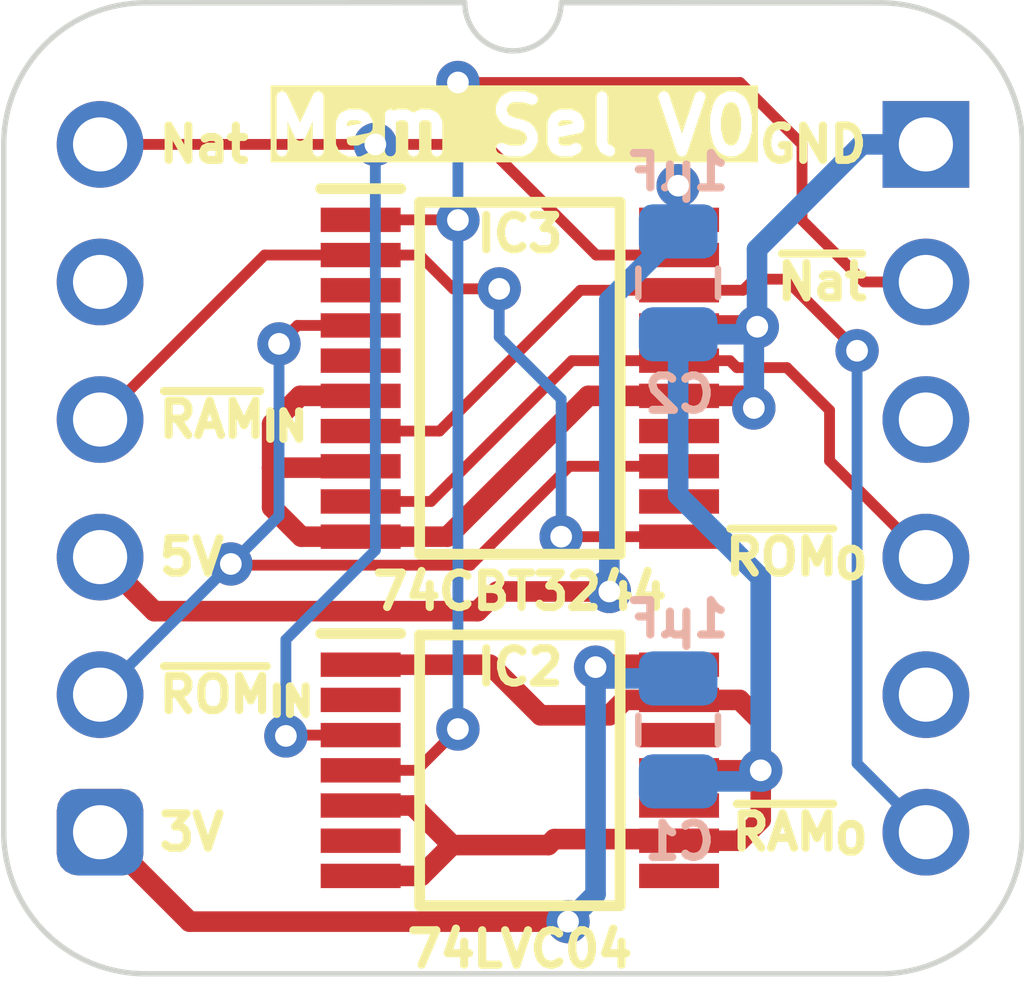
<source format=kicad_pcb>
(kicad_pcb (version 20241229) (generator "pcbnew") (generator_version "9.0")
  (title_block (title "Native Memory Select V0") (date "2025-03-12") (rev "V0"))
  (layers (0 "F.Cu" signal) (2 "B.Cu" signal) (13 "F.Paste" user) (15 "B.Paste" user) (5 "F.SilkS" user "F.Silkscreen") (7 "B.SilkS" user "B.Silkscreen") (1 "F.Mask" user) (3 "B.Mask" user) (25 "Edge.Cuts" user))
  (net 0 "")
  (net 1 "GND")
  (net 2 "5V")
  (net 7 "~{ROM}_{IN}")
  (net 8 "~{ROM_{OUT}}")
  (net 10 "Native Latch")
  (net 11 "~{Native Latch}")
  (net 12 "~{RAM}_{IN}")
  (net 13 "~{RAM_{OUT}}")
  (net 21 "3.3V")
  (footprint "SamacSys_Parts:SOP65P640X110-14N" (layer "F.Cu") (at 7.747 11.557)
    (property "Reference" "IC2" (at 0 -1.905 0) (layer "F.SilkS") (effects (font (size 0.635 0.635))))
    (property "Value" "74LVC04APW,118" (hide yes))
    (fp_line (start -3.675 -2.525) (end -2.2 -2.525) (stroke (width 0.2)) (layer "F.SilkS"))
    (fp_line (start -1.85 -2.5) (end 1.85 -2.5) (stroke (width 0.2)) (layer "F.SilkS"))
    (fp_line (start -1.85 2.5) (end -1.85 -2.5) (stroke (width 0.2)) (layer "F.SilkS"))
    (fp_line (start 1.85 -2.5) (end 1.85 2.5) (stroke (width 0.2)) (layer "F.SilkS"))
    (fp_line (start 1.85 2.5) (end -1.85 2.5) (stroke (width 0.2)) (layer "F.SilkS"))
    (fp_text user "${Silkscreen}" (at 0 3.302 0) (layer "F.SilkS") (effects (font (size 0.635 0.635))))
    (pad "1" smd rect (at -2.938 -1.95 90) (size 0.45 1.475) (layers "F.Cu" "F.Mask" "F.Paste") (net 1 "GND"))
    (pad "2" smd rect (at -2.938 -1.3 90) (size 0.45 1.475) (layers "F.Cu" "F.Mask" "F.Paste"))
    (pad "3" smd rect (at -2.938 -0.65 90) (size 0.45 1.475) (layers "F.Cu" "F.Mask" "F.Paste") (net 10 "Native Latch"))
    (pad "4" smd rect (at -2.938 0 90) (size 0.45 1.475) (layers "F.Cu" "F.Mask" "F.Paste") (net 11 "~{Native Latch}"))
    (pad "5" smd rect (at -2.938 0.65 90) (size 0.45 1.475) (layers "F.Cu" "F.Mask" "F.Paste") (net 1 "GND"))
    (pad "6" smd rect (at -2.938 1.3 90) (size 0.45 1.475) (layers "F.Cu" "F.Mask" "F.Paste"))
    (pad "7" smd rect (at -2.938 1.95 90) (size 0.45 1.475) (layers "F.Cu" "F.Mask" "F.Paste") (net 1 "GND"))
    (pad "8" smd rect (at 2.938 1.95 90) (size 0.45 1.475) (layers "F.Cu" "F.Mask" "F.Paste"))
    (pad "9" smd rect (at 2.938 1.3 90) (size 0.45 1.475) (layers "F.Cu" "F.Mask" "F.Paste") (net 1 "GND"))
    (pad "10" smd rect (at 2.938 0.65 90) (size 0.45 1.475) (layers "F.Cu" "F.Mask" "F.Paste"))
    (pad "11" smd rect (at 2.938 0 90) (size 0.45 1.475) (layers "F.Cu" "F.Mask" "F.Paste") (net 1 "GND"))
    (pad "12" smd rect (at 2.938 -0.65 90) (size 0.45 1.475) (layers "F.Cu" "F.Mask" "F.Paste"))
    (pad "13" smd rect (at 2.938 -1.3 90) (size 0.45 1.475) (layers "F.Cu" "F.Mask" "F.Paste") (net 1 "GND"))
    (pad "14" smd rect (at 2.938 -1.95 90) (size 0.45 1.475) (layers "F.Cu" "F.Mask" "F.Paste") (net 21 "3.3V"))
  )
  (footprint "SamacSys_Parts:DIP-12_Board_W15.24mm_Alt" (layer "F.Cu") (at 0 0)
    (property "Reference" "J2" (hide yes))
    (property "Value" "Conn_02x06_Counter_Clockwise" (hide yes))
    (fp_line (start -1.778 12.7) (end -1.778 0) (stroke (width 0.1)) (layer "Edge.Cuts"))
    (fp_line (start 6.731 -2.6162) (end 0.835732 -2.613732) (stroke (width 0.1)) (layer "Edge.Cuts"))
    (fp_line (start 14.404267 -2.613733) (end 8.509 -2.6162) (stroke (width 0.1)) (layer "Edge.Cuts"))
    (fp_line (start 14.404268 15.313732) (end 0.835733 15.313733) (stroke (width 0.1)) (layer "Edge.Cuts"))
    (fp_line (start 17.018 12.7) (end 17.017999 -0.000001) (stroke (width 0.1)) (layer "Edge.Cuts"))
    (fp_arc (start -1.778 0) (mid -1.012456 -1.848188) (end 0.835732 -2.613732) (stroke (width 0.1)) (layer "Edge.Cuts"))
    (fp_arc (start 0.835733 15.313733) (mid -1.012457 14.548189) (end -1.778 12.7) (stroke (width 0.1)) (layer "Edge.Cuts"))
    (fp_arc (start 8.509 -2.6162) (mid 7.62 -1.7272) (end 6.731 -2.6162) (stroke (width 0.1)) (layer "Edge.Cuts"))
    (fp_arc (start 14.404267 -2.613733) (mid 16.252455 -1.848189) (end 17.017999 -0.000001) (stroke (width 0.1)) (layer "Edge.Cuts"))
    (fp_arc (start 17.018 12.7) (mid 16.252456 14.548187) (end 14.404268 15.313732) (stroke (width 0.1)) (layer "Edge.Cuts"))
    (pad "1" thru_hole oval (at 0 0 180) (size 1.6 1.6) (drill 1) (layers "*.Cu" "*.Mask") (net 10 "Native Latch"))
    (pad "2" thru_hole oval (at 0 2.54) (size 1.6 1.6) (drill 1) (layers "*.Cu" "*.Mask"))
    (pad "3" thru_hole oval (at 0 5.08) (size 1.6 1.6) (drill 1) (layers "*.Cu" "*.Mask") (net 12 "~{RAM}_{IN}"))
    (pad "4" thru_hole oval (at 0 7.62 180) (size 1.6 1.6) (drill 1) (layers "*.Cu" "*.Mask") (net 2 "5V"))
    (pad "5" thru_hole oval (at 0 10.16) (size 1.6 1.6) (drill 1) (layers "*.Cu" "*.Mask") (net 7 "~{ROM}_{IN}"))
    (pad "6" thru_hole roundrect (at 0 12.7) (size 1.6 1.6) (drill 1) (layers "*.Cu" "*.Mask") (net 21 "3.3V"))
    (pad "7" thru_hole oval (at 15.24 12.7 180) (size 1.6 1.6) (drill 1) (layers "*.Cu" "*.Mask") (net 13 "~{RAM_{OUT}}"))
    (pad "8" thru_hole oval (at 15.24 10.16 180) (size 1.6 1.6) (drill 1) (layers "*.Cu" "*.Mask"))
    (pad "9" thru_hole oval (at 15.24 7.62 180) (size 1.6 1.6) (drill 1) (layers "*.Cu" "*.Mask") (net 8 "~{ROM_{OUT}}"))
    (pad "10" thru_hole oval (at 15.24 5.08) (size 1.6 1.6) (drill 1) (layers "*.Cu" "*.Mask"))
    (pad "11" thru_hole oval (at 15.24 2.54) (size 1.6 1.6) (drill 1) (layers "*.Cu" "*.Mask") (net 11 "~{Native Latch}"))
    (pad "12" thru_hole rect (at 15.24 0) (size 1.6 1.6) (drill 1) (layers "*.Cu" "*.Mask") (net 1 "GND"))
  )
  (footprint "SamacSys_Parts:SOP65P640X120-20N" (layer "F.Cu") (at 7.747 4.318)
    (property "Reference" "IC3" (at 0 -2.667 0) (layer "F.SilkS") (effects (font (size 0.635 0.635))))
    (property "Value" "SN74CBT3244CPWR" (hide yes))
    (property "Silkscreen" "74CBT3244" (at 0 3.937 0) (layer "F.SilkS") (effects (font (size 0.635 0.635))))
    (fp_line (start -3.675 -3.5) (end -2.2 -3.5) (stroke (width 0.2)) (layer "F.SilkS"))
    (fp_line (start -1.85 -3.25) (end 1.85 -3.25) (stroke (width 0.2)) (layer "F.SilkS"))
    (fp_line (start -1.85 3.25) (end -1.85 -3.25) (stroke (width 0.2)) (layer "F.SilkS"))
    (fp_line (start 1.85 -3.25) (end 1.85 3.25) (stroke (width 0.2)) (layer "F.SilkS"))
    (fp_line (start 1.85 3.25) (end -1.85 3.25) (stroke (width 0.2)) (layer "F.SilkS"))
    (pad "1" smd rect (at -2.938 -2.925 90) (size 0.45 1.475) (layers "F.Cu" "F.Mask" "F.Paste") (net 11 "~{Native Latch}"))
    (pad "2" smd rect (at -2.938 -2.275 90) (size 0.45 1.475) (layers "F.Cu" "F.Mask" "F.Paste") (net 12 "~{RAM}_{IN}"))
    (pad "3" smd rect (at -2.938 -1.625 90) (size 0.45 1.475) (layers "F.Cu" "F.Mask" "F.Paste"))
    (pad "4" smd rect (at -2.938 -0.975 90) (size 0.45 1.475) (layers "F.Cu" "F.Mask" "F.Paste") (net 7 "~{ROM}_{IN}"))
    (pad "5" smd rect (at -2.938 -0.325 90) (size 0.45 1.475) (layers "F.Cu" "F.Mask" "F.Paste"))
    (pad "6" smd rect (at -2.938 0.325 90) (size 0.45 1.475) (layers "F.Cu" "F.Mask" "F.Paste") (net 1 "GND"))
    (pad "7" smd rect (at -2.938 0.975 90) (size 0.45 1.475) (layers "F.Cu" "F.Mask" "F.Paste") (net 13 "~{RAM_{OUT}}"))
    (pad "8" smd rect (at -2.938 1.625 90) (size 0.45 1.475) (layers "F.Cu" "F.Mask" "F.Paste") (net 1 "GND"))
    (pad "9" smd rect (at -2.938 2.275 90) (size 0.45 1.475) (layers "F.Cu" "F.Mask" "F.Paste") (net 8 "~{ROM_{OUT}}"))
    (pad "10" smd rect (at -2.938 2.925 90) (size 0.45 1.475) (layers "F.Cu" "F.Mask" "F.Paste") (net 1 "GND"))
    (pad "11" smd rect (at 2.938 2.925 90) (size 0.45 1.475) (layers "F.Cu" "F.Mask" "F.Paste") (net 12 "~{RAM}_{IN}"))
    (pad "12" smd rect (at 2.938 2.275 90) (size 0.45 1.475) (layers "F.Cu" "F.Mask" "F.Paste"))
    (pad "13" smd rect (at 2.938 1.625 90) (size 0.45 1.475) (layers "F.Cu" "F.Mask" "F.Paste") (net 7 "~{ROM}_{IN}"))
    (pad "14" smd rect (at 2.938 0.975 90) (size 0.45 1.475) (layers "F.Cu" "F.Mask" "F.Paste"))
    (pad "15" smd rect (at 2.938 0.325 90) (size 0.45 1.475) (layers "F.Cu" "F.Mask" "F.Paste") (net 1 "GND"))
    (pad "16" smd rect (at 2.938 -0.325 90) (size 0.45 1.475) (layers "F.Cu" "F.Mask" "F.Paste") (net 8 "~{ROM_{OUT}}"))
    (pad "17" smd rect (at 2.938 -0.975 90) (size 0.45 1.475) (layers "F.Cu" "F.Mask" "F.Paste") (net 1 "GND"))
    (pad "18" smd rect (at 2.938 -1.625 90) (size 0.45 1.475) (layers "F.Cu" "F.Mask" "F.Paste") (net 13 "~{RAM_{OUT}}"))
    (pad "19" smd rect (at 2.938 -2.275 90) (size 0.45 1.475) (layers "F.Cu" "F.Mask" "F.Paste") (net 10 "Native Latch"))
    (pad "20" smd rect (at 2.938 -2.925 90) (size 0.45 1.475) (layers "F.Cu" "F.Mask" "F.Paste") (net 2 "5V"))
  )
  (footprint "SamacSys_Parts:PinHeader_1x06_P2.54mm_Vertical" (layer "B.Cu") (at 15.24 0 180)
    (property "Reference" "J1" (hide yes))
    (property "Value" "Pin_Header_01x06")
  )
  (footprint "SamacSys_Parts:C_0805" (layer "B.Cu") (at 10.668 2.54)
    (property "Reference" "C2" (at 0.026999 2.075 0) (layer "B.SilkS") (effects (font (size 0.635 0.635)) (justify mirror)))
    (property "Value" "1μF" (at 0 -2.032 0) (layer "B.SilkS") (effects (font (size 0.635 0.635)) (justify mirror)))
    (fp_line (start -0.735 0.277252) (end -0.735 -0.245252) (stroke (width 0.12)) (layer "B.SilkS"))
    (fp_line (start 0.735 0.277252) (end 0.735 -0.245252) (stroke (width 0.12)) (layer "B.SilkS"))
    (pad "1" smd roundrect (at 0 -0.934 270) (size 1 1.45) (layers "B.Cu" "B.Mask" "B.Paste") (net 2 "5V"))
    (pad "2" smd roundrect (at 0 0.966 270) (size 1 1.45) (layers "B.Cu" "B.Mask" "B.Paste") (net 1 "GND"))
  )
  (footprint "SamacSys_Parts:C_0805" (layer "B.Cu") (at 10.668 10.795)
    (property "Reference" "C1" (at 0.026999 2.075 0) (layer "B.SilkS") (effects (font (size 0.635 0.635)) (justify mirror)))
    (property "Value" "1μF" (at 0 -2.032 0) (layer "B.SilkS") (effects (font (size 0.635 0.635)) (justify mirror)))
    (fp_line (start -0.735 0.277252) (end -0.735 -0.245252) (stroke (width 0.12)) (layer "B.SilkS"))
    (fp_line (start 0.735 0.277252) (end 0.735 -0.245252) (stroke (width 0.12)) (layer "B.SilkS"))
    (pad "1" smd roundrect (at 0 -0.934 270) (size 1 1.45) (layers "B.Cu" "B.Mask" "B.Paste") (net 21 "3.3V"))
    (pad "2" smd roundrect (at 0 0.966 270) (size 1 1.45) (layers "B.Cu" "B.Mask" "B.Paste") (net 1 "GND"))
  )
  (footprint "SamacSys_Parts:PinHeader_1x06_P2.54mm_Vertical" (layer "B.Cu") (at 0 0 180)
    (property "Reference" "J3" (hide yes))
    (property "Value" "Pin_Header_01x06")
  )
  (gr_text "5V" (at 1.016 7.62 0) (layer "F.SilkS") (effects (font (size 0.635 0.635)) (justify left)))
  (gr_text "3V" (at 1.016 12.7 0) (layer "F.SilkS") (effects (font (size 0.635 0.635)) (justify left)))
  (gr_text "~{ROM}_{IN}" (at 1.016 10.16 0) (layer "F.SilkS") (effects (font (size 0.635 0.635)) (justify left)))
  (gr_text "Nat" (at 1.016 0 0) (layer "F.SilkS") (effects (font (size 0.635 0.635)) (justify left)))
  (gr_text "~{Nat}" (at 14.224 2.54 0) (layer "F.SilkS") (effects (font (size 0.635 0.635)) (justify right)))
  (gr_text "~{RAM}_{O}" (at 14.224 12.7 0) (layer "F.SilkS") (effects (font (size 0.635 0.635)) (justify right)))
  (gr_text "Mem Sel V0" (at 7.62 0.254 0) (layer "F.SilkS" knockout) (effects (font (size 1 1) (thickness 0.2) (bold yes)) (justify bottom)))
  (gr_text "~{RAM}_{IN}" (at 1.016 5.08 0) (layer "F.SilkS") (effects (font (size 0.635 0.635)) (justify left)))
  (gr_text "~{ROM}_{O}" (at 14.224 7.62 0) (layer "F.SilkS") (effects (font (size 0.635 0.635)) (justify right)))
  (gr_text "GND" (at 14.224 0 0) (layer "F.SilkS") (effects (font (size 0.635 0.635)) (justify right)))
  (segment (start 8.128 10.541) (end 7.194 9.607) (width 0.38) (layer "F.Cu") (net 1))
  (segment (start 10.685 12.857) (end 11.8025 12.857) (width 0.38) (layer "F.Cu") (net 1))
  (segment (start 4.809 4.643) (end 3.6915 4.643) (width 0.38) (layer "F.Cu") (net 1))
  (segment (start 11.841 4.643) (end 12.065 4.866998) (width 0.38) (layer "F.Cu") (net 1))
  (segment (start 3.175 5.969) (end 3.175 6.7035) (width 0.38) (layer "F.Cu") (net 1))
  (segment (start 3.175 5.1595) (end 3.175 5.969) (width 0.38) (layer "F.Cu") (net 1))
  (segment (start 8.27175 12.93725) (end 8.382 12.827) (width 0.38) (layer "F.Cu") (net 1))
  (segment (start 9.0095 4.643) (end 10.685 4.643) (width 0.38) (layer "F.Cu") (net 1))
  (segment (start 11.8025 12.857) (end 12.192 12.4675) (width 0.38) (layer "F.Cu") (net 1))
  (segment (start 5.766 12.207) (end 6.49625 12.93725) (width 0.38) (layer "F.Cu") (net 1))
  (segment (start 5.9265 13.507) (end 4.809 13.507) (width 0.38) (layer "F.Cu") (net 1))
  (segment (start 12.104628 3.343) (end 12.128626 3.366998) (width 0.38) (layer "F.Cu") (net 1))
  (segment (start 10.685 11.557) (end 12.192 11.557) (width 0.38) (layer "F.Cu") (net 1))
  (segment (start 10.685 10.257) (end 9.682 10.257) (width 0.38) (layer "F.Cu") (net 1))
  (segment (start 12.192 11.557) (end 12.192 10.6465) (width 0.38) (layer "F.Cu") (net 1))
  (segment (start 12.192 10.6465) (end 11.8025 10.257) (width 0.38) (layer "F.Cu") (net 1))
  (segment (start 3.175 5.969) (end 4.783 5.969) (width 0.38) (layer "F.Cu") (net 1))
  (segment (start 3.6915 4.643) (end 3.175 5.1595) (width 0.38) (layer "F.Cu") (net 1))
  (segment (start 10.685 4.643) (end 11.841 4.643) (width 0.38) (layer "F.Cu") (net 1))
  (segment (start 10.685 3.343) (end 12.104628 3.343) (width 0.38) (layer "F.Cu") (net 1))
  (segment (start 9.398 10.541) (end 8.128 10.541) (width 0.38) (layer "F.Cu") (net 1))
  (segment (start 4.809 7.243) (end 6.4095 7.243) (width 0.38) (layer "F.Cu") (net 1))
  (segment (start 4.809 12.207) (end 5.766 12.207) (width 0.38) (layer "F.Cu") (net 1))
  (segment (start 7.194 9.607) (end 4.809 9.607) (width 0.38) (layer "F.Cu") (net 1))
  (segment (start 12.192 12.4675) (end 12.192 11.557) (width 0.38) (layer "F.Cu") (net 1))
  (segment (start 9.682 10.257) (end 9.398 10.541) (width 0.38) (layer "F.Cu") (net 1))
  (segment (start 11.8025 10.257) (end 10.685 10.257) (width 0.38) (layer "F.Cu") (net 1))
  (segment (start 8.382 12.827) (end 10.655 12.827) (width 0.38) (layer "F.Cu") (net 1))
  (segment (start 6.4095 7.243) (end 9.0095 4.643) (width 0.38) (layer "F.Cu") (net 1))
  (segment (start 3.7145 7.243) (end 4.809 7.243) (width 0.38) (layer "F.Cu") (net 1))
  (segment (start 6.49625 12.93725) (end 8.27175 12.93725) (width 0.38) (layer "F.Cu") (net 1))
  (segment (start 6.49625 12.93725) (end 5.9265 13.507) (width 0.38) (layer "F.Cu") (net 1))
  (segment (start 3.175 6.7035) (end 3.7145 7.243) (width 0.38) (layer "F.Cu") (net 1))
  (via (at 12.128626 3.366998) (size 0.8) (drill 0.4) (layers "F.Cu" "B.Cu") (net 1))
  (via (at 12.065 4.866998) (size 0.8) (drill 0.4) (layers "F.Cu" "B.Cu") (net 1))
  (via (at 12.192 11.557) (size 0.8) (drill 0.4) (layers "F.Cu" "B.Cu") (net 1))
  (segment (start 11.988 11.761) (end 12.192 11.557) (width 0.38) (layer "B.Cu") (net 1))
  (segment (start 12.123865 3.362237) (end 12.128626 3.366998) (width 0.38) (layer "B.Cu") (net 1))
  (segment (start 12.192 8.001) (end 12.192 11.557) (width 0.38) (layer "B.Cu") (net 1))
  (segment (start 10.668 6.477) (end 12.192 8.001) (width 0.38) (layer "B.Cu") (net 1))
  (segment (start 12.065 4.866998) (end 12.065 3.430624) (width 0.38) (layer "B.Cu") (net 1))
  (segment (start 15.24 0) (end 14.06 0) (width 0.38) (layer "B.Cu") (net 1))
  (segment (start 10.668 11.761) (end 11.988 11.761) (width 0.38) (layer "B.Cu") (net 1))
  (segment (start 14.06 0) (end 12.123865 1.936135) (width 0.38) (layer "B.Cu") (net 1))
  (segment (start 10.668 3.506) (end 10.668 6.477) (width 0.38) (layer "B.Cu") (net 1))
  (segment (start 12.065 3.430624) (end 12.128626 3.366998) (width 0.38) (layer "B.Cu") (net 1))
  (segment (start 11.989624 3.506) (end 12.128626 3.366998) (width 0.38) (layer "B.Cu") (net 1))
  (segment (start 12.123865 1.936135) (end 12.123865 3.362237) (width 0.38) (layer "B.Cu") (net 1))
  (segment (start 10.668 3.506) (end 11.989624 3.506) (width 0.38) (layer "B.Cu") (net 1))
  (segment (start 6.968482 8.618) (end 7.331482 8.255) (width 0.38) (layer "F.Cu") (net 2))
  (segment (start 0 7.62) (end 0.998 8.618) (width 0.38) (layer "F.Cu") (net 2))
  (segment (start 0.998 8.618) (end 6.968482 8.618) (width 0.38) (layer "F.Cu") (net 2))
  (segment (start 10.685 1.393) (end 10.685 0.779) (width 0.38) (layer "F.Cu") (net 2))
  (segment (start 10.685 0.779) (end 10.668 0.762) (width 0.38) (layer "F.Cu") (net 2))
  (segment (start 7.331482 8.255) (end 9.398 8.255) (width 0.38) (layer "F.Cu") (net 2))
  (via (at 9.398 8.255) (size 0.8) (drill 0.4) (layers "F.Cu" "B.Cu") (net 2))
  (via (at 10.668 0.762) (size 0.8) (drill 0.4) (layers "F.Cu" "B.Cu") (net 2))
  (segment (start 9.398 2.876) (end 9.398 8.255) (width 0.38) (layer "B.Cu") (net 2))
  (segment (start 10.668 1.606) (end 9.398 2.876) (width 0.38) (layer "B.Cu") (net 2))
  (segment (start 10.668 0.762) (end 10.668 1.606) (width 0.38) (layer "B.Cu") (net 2))
  (segment (start 2.435 7.769) (end 2.413 7.747) (width 0.2) (layer "F.Cu") (net 7))
  (segment (start 4.809 3.343) (end 3.642 3.343) (width 0.2) (layer "F.Cu") (net 7))
  (segment (start 3.642 3.343) (end 3.302 3.683) (width 0.2) (layer "F.Cu") (net 7))
  (segment (start 6.836 7.769) (end 2.435 7.769) (width 0.2) (layer "F.Cu") (net 7))
  (segment (start 8.662 5.943) (end 6.836 7.769) (width 0.2) (layer "F.Cu") (net 7))
  (segment (start 10.685 5.943) (end 8.662 5.943) (width 0.2) (layer "F.Cu") (net 7))
  (via (at 3.302 3.683) (size 0.8) (drill 0.4) (layers "F.Cu" "B.Cu") (net 7))
  (via (at 2.413 7.747) (size 0.8) (drill 0.4) (layers "F.Cu" "B.Cu") (net 7))
  (segment (start 3.302 3.683) (end 3.302 6.858) (width 0.2) (layer "B.Cu") (net 7))
  (segment (start 2.413 7.747) (end 0 10.16) (width 0.2) (layer "B.Cu") (net 7))
  (segment (start 3.302 6.858) (end 2.413 7.747) (width 0.2) (layer "B.Cu") (net 7))
  (segment (start 11.6225 3.993) (end 11.750419 4.120919) (width 0.2) (layer "F.Cu") (net 8))
  (segment (start 13.462 4.908339) (end 13.462 5.842) (width 0.2) (layer "F.Cu") (net 8))
  (segment (start 10.685 3.993) (end 11.6225 3.993) (width 0.2) (layer "F.Cu") (net 8))
  (segment (start 6.107 6.593) (end 8.707 3.993) (width 0.2) (layer "F.Cu") (net 8))
  (segment (start 4.809 6.593) (end 6.107 6.593) (width 0.2) (layer "F.Cu") (net 8))
  (segment (start 8.707 3.993) (end 10.685 3.993) (width 0.2) (layer "F.Cu") (net 8))
  (segment (start 12.67458 4.120919) (end 13.462 4.908339) (width 0.2) (layer "F.Cu") (net 8))
  (segment (start 13.462 5.842) (end 15.24 7.62) (width 0.2) (layer "F.Cu") (net 8))
  (segment (start 11.750419 4.120919) (end 12.67458 4.120919) (width 0.2) (layer "F.Cu") (net 8))
  (segment (start 3.444 10.907) (end 3.429 10.922) (width 0.2) (layer "F.Cu") (net 10))
  (segment (start 5.08 0) (end 7.112 0) (width 0.2) (layer "F.Cu") (net 10))
  (segment (start 7.112 0) (end 9.155 2.043) (width 0.2) (layer "F.Cu") (net 10))
  (segment (start 9.155 2.043) (end 10.685 2.043) (width 0.2) (layer "F.Cu") (net 10))
  (segment (start 0 0) (end 5.08 0) (width 0.2) (layer "F.Cu") (net 10))
  (segment (start 4.809 10.907) (end 3.444 10.907) (width 0.2) (layer "F.Cu") (net 10))
  (via (at 5.08 0) (size 0.8) (drill 0.4) (layers "F.Cu" "B.Cu") (net 10))
  (via (at 3.429 10.922) (size 0.8) (drill 0.4) (layers "F.Cu" "B.Cu") (net 10))
  (segment (start 5.08 7.493) (end 5.08 0) (width 0.2) (layer "B.Cu") (net 10))
  (segment (start 3.429 9.144) (end 5.08 7.493) (width 0.2) (layer "B.Cu") (net 10))
  (segment (start 3.429 10.922) (end 3.429 9.144) (width 0.2) (layer "B.Cu") (net 10))
  (segment (start 4.809 11.557) (end 5.842 11.557) (width 0.2) (layer "F.Cu") (net 11))
  (segment (start 11.811 -1.143) (end 6.604 -1.143) (width 0.2) (layer "F.Cu") (net 11))
  (segment (start 15.24 2.54) (end 14.097 2.54) (width 0.2) (layer "F.Cu") (net 11))
  (segment (start 12.954 0) (end 11.811 -1.143) (width 0.2) (layer "F.Cu") (net 11))
  (segment (start 5.842 11.557) (end 6.604 10.795) (width 0.2) (layer "F.Cu") (net 11))
  (segment (start 14.097 2.54) (end 12.954 1.397) (width 0.2) (layer "F.Cu") (net 11))
  (segment (start 6.6 1.393) (end 6.604 1.397) (width 0.2) (layer "F.Cu") (net 11))
  (segment (start 12.954 1.397) (end 12.954 0) (width 0.2) (layer "F.Cu") (net 11))
  (segment (start 4.809 1.393) (end 6.6 1.393) (width 0.2) (layer "F.Cu") (net 11))
  (via (at 6.604 -1.143) (size 0.8) (drill 0.4) (layers "F.Cu" "B.Cu") (net 11))
  (via (at 6.604 1.397) (size 0.8) (drill 0.4) (layers "F.Cu" "B.Cu") (net 11))
  (via (at 6.604 10.795) (size 0.8) (drill 0.4) (layers "F.Cu" "B.Cu") (net 11))
  (segment (start 6.604 -1.143) (end 6.604 1.397) (width 0.2) (layer "B.Cu") (net 11))
  (segment (start 6.604 10.795) (end 6.604 1.397) (width 0.2) (layer "B.Cu") (net 11))
  (segment (start 4.809 2.043) (end 5.89417 2.043) (width 0.2) (layer "F.Cu") (net 12))
  (segment (start 6.51817 2.667) (end 7.366 2.667) (width 0.2) (layer "F.Cu") (net 12))
  (segment (start 3.037 2.043) (end 0 5.08) (width 0.2) (layer "F.Cu") (net 12))
  (segment (start 10.685 7.243) (end 8.509 7.243) (width 0.2) (layer "F.Cu") (net 12))
  (segment (start 4.809 2.043) (end 3.037 2.043) (width 0.2) (layer "F.Cu") (net 12))
  (segment (start 5.89417 2.043) (end 6.51817 2.667) (width 0.2) (layer "F.Cu") (net 12))
  (via (at 7.366 2.667) (size 0.8) (drill 0.4) (layers "F.Cu" "B.Cu") (net 12))
  (via (at 8.509 7.243) (size 0.8) (drill 0.4) (layers "F.Cu" "B.Cu") (net 12))
  (segment (start 7.366 2.667) (end 7.366 3.556) (width 0.2) (layer "B.Cu") (net 12))
  (segment (start 7.366 3.556) (end 8.509 4.699) (width 0.2) (layer "B.Cu") (net 12))
  (segment (start 8.509 4.699) (end 8.509 7.243) (width 0.2) (layer "B.Cu") (net 12))
  (segment (start 11.867339 2.693) (end 12.071839 2.4885) (width 0.2) (layer "F.Cu") (net 13))
  (segment (start 12.071839 2.4885) (end 12.6485 2.4885) (width 0.2) (layer "F.Cu") (net 13))
  (segment (start 6.264 5.293) (end 8.864 2.693) (width 0.2) (layer "F.Cu") (net 13))
  (segment (start 10.685 2.693) (end 11.867339 2.693) (width 0.2) (layer "F.Cu") (net 13))
  (segment (start 4.809 5.293) (end 6.264 5.293) (width 0.2) (layer "F.Cu") (net 13))
  (segment (start 12.6485 2.4885) (end 13.97 3.81) (width 0.2) (layer "F.Cu") (net 13))
  (segment (start 8.864 2.693) (end 10.685 2.693) (width 0.2) (layer "F.Cu") (net 13))
  (via (at 13.97 3.81) (size 0.8) (drill 0.4) (layers "F.Cu" "B.Cu") (net 13))
  (segment (start 15.24 12.7) (end 13.97 11.43) (width 0.2) (layer "B.Cu") (net 13))
  (segment (start 13.97 11.43) (end 13.97 3.81) (width 0.2) (layer "B.Cu") (net 13))
  (segment (start 9.189 9.607) (end 9.144 9.652) (width 0.38) (layer "F.Cu") (net 21))
  (segment (start 1.651 14.351) (end 8.636 14.351) (width 0.38) (layer "F.Cu") (net 21))
  (segment (start 10.685 9.607) (end 9.189 9.607) (width 0.38) (layer "F.Cu") (net 21))
  (segment (start 0 12.7) (end 1.651 14.351) (width 0.38) (layer "F.Cu") (net 21))
  (via (at 8.636 14.351) (size 0.8) (drill 0.4) (layers "F.Cu" "B.Cu") (net 21))
  (via (at 9.144 9.652) (size 0.8) (drill 0.4) (layers "F.Cu" "B.Cu") (net 21))
  (segment (start 9.144 13.843) (end 9.144 9.652) (width 0.38) (layer "B.Cu") (net 21))
  (segment (start 9.353 9.861) (end 9.144 9.652) (width 0.38) (layer "B.Cu") (net 21))
  (segment (start 8.636 14.351) (end 9.144 13.843) (width 0.38) (layer "B.Cu") (net 21))
  (segment (start 10.668 9.861) (end 9.353 9.861) (width 0.38) (layer "B.Cu") (net 21))
)
</source>
